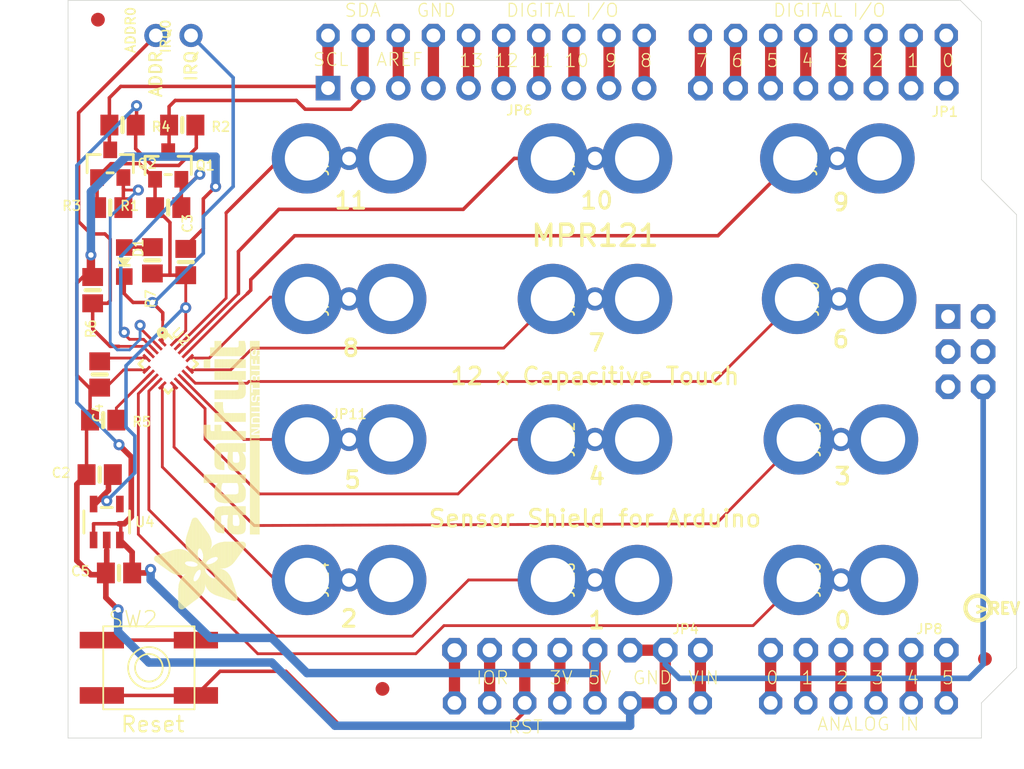
<source format=kicad_pcb>
(kicad_pcb (version 20211014) (generator pcbnew)
  (layers (0 "F.Cu" signal) (31 "B.Cu" signal) (34 "B.Paste" user) (35 "F.Paste" user) (36 "B.SilkS" user "B.Silkscreen") (37 "F.SilkS" user "F.Silkscreen") (38 "B.Mask" user) (39 "F.Mask" user) (44 "Edge.Cuts" user))
  (net 0 "")
  (net 1 "GND")
  (net 2 "VIN")
  (net 3 "+3V")
  (net 4 "~{RESET}")
  (net 5 "IORESET")
  (net 6 "NC")
  (net 7 "AREF")
  (net 8 "D5")
  (net 9 "D2")
  (net 10 "D1")
  (net 11 "D0")
  (net 12 "A5")
  (net 13 "A4")
  (net 14 "A3")
  (net 15 "A2")
  (net 16 "A1")
  (net 17 "A0")
  (net 18 "+5V")
  (net 19 "D13")
  (net 20 "D11")
  (net 21 "D12")
  (net 22 "D10")
  (net 23 "D9")
  (net 24 "D8")
  (net 25 "D7")
  (net 26 "D6")
  (net 27 "D3")
  (net 28 "D4")
  (net 29 "3.3V")
  (net 30 "N$114")
  (net 31 "N$115")
  (net 32 "IRQ")
  (net 33 "ELEC0")
  (net 34 "ELEC1")
  (net 35 "ELEC2")
  (net 36 "ELEC3")
  (net 37 "ELEC4")
  (net 38 "ELEC5")
  (net 39 "ELEC6")
  (net 40 "ELEC7")
  (net 41 "ELEC8")
  (net 42 "ELEC9")
  (net 43 "ELEC10")
  (net 44 "ELEC11")
  (net 45 "N$116")
  (net 46 "ADDR")
  (net 47 "SCL_3V")
  (net 48 "SDA_3V")
  (net 49 "SDA")
  (net 50 "SCL")
  (footprint "boardEagle:0805-NO" (layer "F.Cu") (at 117.8941 119.7356 180)
    (fp_text reference "C5")
    (fp_text value "10uF")
  )
  (footprint "boardEagle:ALLIGATORCLIP" (layer "F.Cu") (at 152.3111 110.0836 90)
    (fp_text reference "AL5" hide)
    (fp_text value "ALLIGATORCLIP_MICRO" hide)
  )
  (footprint "boardEagle:SOT23-WIDE" (layer "F.Cu") (at 117.2591 90.1446)
    (fp_text reference "Q2")
    (fp_text value "BSS138")
  )
  (footprint "boardEagle:SOT23-5" (layer "F.Cu") (at 117.0051 116.0526)
    (fp_text reference "U4")
    (fp_text value "MIC5225-3.3")
  )
  (footprint "" (layer "F.Cu") (at 180.2511 96.1136)
    (fp_text reference "@HOLE2" hide)
    (fp_text value "")
  )
  (footprint "boardEagle:FIDUCIAL_1MM" (layer "F.Cu") (at 116.3701 79.7306)
    (fp_text reference "FID3" hide)
    (fp_text value "FIDUCIAL\"\"" hide)
  )
  (footprint "" (layer "F.Cu") (at 129.4511 80.8736)
    (fp_text reference "@HOLE0" hide)
    (fp_text value "")
  )
  (footprint "boardEagle:FIDUCIAL_1MM" (layer "F.Cu") (at 180.5051 125.9586)
    (fp_text reference "FID2" hide)
    (fp_text value "FIDUCIAL\"\"" hide)
  )
  (footprint "boardEagle:PCBFEAT-REV-040" (layer "F.Cu") (at 179.9971 122.2756)
    (fp_text reference "U$8" hide)
    (fp_text value "" hide)
  )
  (footprint "boardEagle:1X10_ROUND70" (layer "F.Cu") (at 144.4371 84.6836)
    (fp_text reference "JP6")
    (fp_text value "")
  )
  (footprint "boardEagle:1X01_ROUND" (layer "F.Cu") (at 152.3111 99.9236 90)
    (fp_text reference "JP9")
    (fp_text value "")
  )
  (footprint "boardEagle:1X01_ROUND" (layer "F.Cu") (at 134.5311 120.2436 90)
    (fp_text reference "JP14")
    (fp_text value "")
  )
  (footprint "boardEagle:1X08-CLEANBIG" (layer "F.Cu") (at 168.8211 84.6836)
    (fp_text reference "JP1")
    (fp_text value "")
  )
  (footprint "boardEagle:1X01_ROUND" (layer "F.Cu") (at 123.1011 80.8736 90)
    (fp_text reference "IRQ0")
    (fp_text value "")
  )
  (footprint "boardEagle:ALLIGATORCLIP" (layer "F.Cu") (at 134.5311 99.9236 90)
    (fp_text reference "AL9" hide)
    (fp_text value "ALLIGATORCLIP_MICRO" hide)
  )
  (footprint "boardEagle:1X01_ROUND" (layer "F.Cu") (at 120.5611 80.8736 90)
    (fp_text reference "ADDR0")
    (fp_text value "")
  )
  (footprint "boardEagle:ALLIGATORCLIP" (layer "F.Cu") (at 170.0911 120.2436 90)
    (fp_text reference "AL1" hide)
    (fp_text value "ALLIGATORCLIP_MICRO" hide)
  )
  (footprint "boardEagle:0805-NO" (layer "F.Cu") (at 122.4661 87.3506)
    (fp_text reference "R2")
    (fp_text value "10K")
  )
  (footprint "boardEagle:0805-NO" (layer "F.Cu") (at 118.1481 87.3506)
    (fp_text reference "R4")
    (fp_text value "10K")
  )
  (footprint "boardEagle:0805-NO" (layer "F.Cu") (at 116.4971 112.6236 180)
    (fp_text reference "C2")
    (fp_text value "10uF")
  )
  (footprint "boardEagle:ADAFRUIT_TEXT_20MM" (layer "F.Cu") (at 128.0541 122.5296 90)
    (fp_text reference "U$9" hide)
    (fp_text value "" hide)
  )
  (footprint "boardEagle:ARDUINOR3_ICSP" (layer "F.Cu") (at 114.2111 131.6736)
    (fp_text reference "U$41" hide)
    (fp_text value "ARDUINO_R3_ICSP" hide)
    (fp_line (start 66.04 -2.54) (end 68.58 -5.08) (layer "Edge.Cuts") (width 0.05))
    (fp_line (start 68.58 -5.08) (end 68.58 -37.846) (layer "Edge.Cuts") (width 0.05))
    (fp_line (start 64.516 -53.34) (end 0 -53.34) (layer "Edge.Cuts") (width 0.05))
    (fp_line (start 66.04 0) (end 66.04 -2.54) (layer "Edge.Cuts") (width 0.05))
    (fp_line (start 66.04 -40.386) (end 66.04 -51.816) (layer "Edge.Cuts") (width 0.05))
    (fp_line (start 0 0) (end 66.04 0) (layer "Edge.Cuts") (width 0.05))
    (fp_line (start 66.04 -51.816) (end 64.516 -53.34) (layer "Edge.Cuts") (width 0.05))
    (fp_line (start 68.58 -37.846) (end 66.04 -40.386) (layer "Edge.Cuts") (width 0.05))
    (fp_line (start 0 -53.34) (end 0 0) (layer "Edge.Cuts") (width 0.05))
  )
  (footprint "boardEagle:0805-NO" (layer "F.Cu") (at 116.7511 108.6866)
    (fp_text reference "R5")
    (fp_text value "75K")
  )
  (footprint "boardEagle:1X08-CLEANBIG" (layer "F.Cu") (at 151.0411 125.3236 180)
    (fp_text reference "JP4")
    (fp_text value "")
  )
  (footprint "boardEagle:1X01_ROUND" (layer "F.Cu") (at 170.0911 110.0836 90)
    (fp_text reference "JP13")
    (fp_text value "")
  )
  (footprint "boardEagle:ALLIGATORCLIP" (layer "F.Cu") (at 170.0911 110.0836 90)
    (fp_text reference "AL4" hide)
    (fp_text value "ALLIGATORCLIP_MICRO" hide)
  )
  (footprint "boardEagle:ALLIGATORCLIP" (layer "F.Cu") (at 134.5311 89.7636 90)
    (fp_text reference "AL12" hide)
    (fp_text value "ALLIGATORCLIP_MICRO" hide)
  )
  (footprint "boardEagle:1X01_ROUND" (layer "F.Cu") (at 134.5311 110.0836)
    (fp_text reference "JP11")
    (fp_text value "")
  )
  (footprint "boardEagle:1X06-CLEANBIG" (layer "F.Cu") (at 171.3611 125.3236 180)
    (fp_text reference "JP8")
    (fp_text value "")
  )
  (footprint "boardEagle:1X01_ROUND" (layer "F.Cu") (at 134.5311 99.9236 90)
    (fp_text reference "JP7")
    (fp_text value "")
  )
  (footprint "boardEagle:1X01_ROUND" (layer "F.Cu") (at 169.8371 89.7636 90)
    (fp_text reference "JP5")
    (fp_text value "")
  )
  (footprint "boardEagle:1X01_ROUND" (layer "F.Cu") (at 152.3111 89.7636 90)
    (fp_text reference "JP3")
    (fp_text value "")
  )
  (footprint "boardEagle:ALLIGATORCLIP" (layer "F.Cu") (at 169.9641 99.9236 90)
    (fp_text reference "AL7" hide)
    (fp_text value "ALLIGATORCLIP_MICRO" hide)
  )
  (footprint "boardEagle:EVQ-Q2" (layer "F.Cu") (at 120.0531 126.5936)
    (fp_text reference "SW2")
    (fp_text value "SPST_TACT-EVQQ2")
  )
  (footprint "boardEagle:0805-NO" (layer "F.Cu") (at 116.4971 105.3846 -90)
    (fp_text reference "C4")
    (fp_text value "0.1uF")
  )
  (footprint "boardEagle:0805-NO" (layer "F.Cu") (at 115.9891 99.2886 -90)
    (fp_text reference "R6")
    (fp_text value "75K")
  )
  (footprint "boardEagle:SOT23-WIDE" (layer "F.Cu") (at 121.4501 90.2716)
    (fp_text reference "Q1")
    (fp_text value "BSS138")
  )
  (footprint "boardEagle:1X01_ROUND" (layer "F.Cu") (at 170.0911 120.2436 90)
    (fp_text reference "JP16")
    (fp_text value "")
  )
  (footprint "boardEagle:FIDUCIAL_1MM" (layer "F.Cu") (at 136.9441 128.1176)
    (fp_text reference "FID1" hide)
    (fp_text value "FIDUCIAL\"\"" hide)
  )
  (footprint "boardEagle:0805-NO" (layer "F.Cu") (at 117.2591 93.3196 180)
    (fp_text reference "R3")
    (fp_text value "10K")
  )
  (footprint "boardEagle:QFN20_3MM_NOTHERMAL" (layer "F.Cu") (at 121.4501 104.6226 -45)
    (fp_text reference "U2")
    (fp_text value "MPR121")
  )
  (footprint "boardEagle:1X01_ROUND" (layer "F.Cu") (at 152.3111 110.0836 90)
    (fp_text reference "JP12")
    (fp_text value "")
  )
  (footprint "boardEagle:ALLIGATORCLIP" (layer "F.Cu") (at 152.3111 89.7636 90)
    (fp_text reference "AL11" hide)
    (fp_text value "ALLIGATORCLIP_MICRO" hide)
  )
  (footprint "boardEagle:0805-NO" (layer "F.Cu") (at 121.4501 93.3196 180)
    (fp_text reference "R1")
    (fp_text value "10K")
  )
  (footprint "boardEagle:ALLIGATORCLIP" (layer "F.Cu") (at 134.5311 120.2436 -90)
    (fp_text reference "AL3" hide)
    (fp_text value "ALLIGATORCLIP_MICRO" hide)
  )
  (footprint "boardEagle:0805-NO" (layer "F.Cu") (at 120.3071 97.1296 -90)
    (fp_text reference "R7")
    (fp_text value "1K")
  )
  (footprint "boardEagle:ALLIGATORCLIP" (layer "F.Cu") (at 152.3111 120.2436 90)
    (fp_text reference "AL2" hide)
    (fp_text value "ALLIGATORCLIP_MICRO" hide)
  )
  (footprint "boardEagle:1X01_ROUND" (layer "F.Cu") (at 134.5311 89.7636 90)
    (fp_text reference "JP2")
    (fp_text value "")
  )
  (footprint "boardEagle:ALLIGATORCLIP" (layer "F.Cu") (at 134.5311 110.0836 -90)
    (fp_text reference "AL6" hide)
    (fp_text value "ALLIGATORCLIP_MICRO" hide)
  )
  (footprint "boardEagle:1X01_ROUND" (layer "F.Cu") (at 169.9641 99.9236 90)
    (fp_text reference "JP10")
    (fp_text value "")
  )
  (footprint "boardEagle:CHIPLED_0805_NOOUTLINE" (layer "F.Cu") (at 118.2751 97.2566 180)
    (fp_text reference "D1")
    (fp_text value "RED")
  )
  (footprint "boardEagle:0805-NO" (layer "F.Cu") (at 122.7201 97.2566 90)
    (fp_text reference "C3")
    (fp_text value "0.1uF")
  )
  (footprint "" (layer "F.Cu") (at 128.1811 129.1336)
    (fp_text reference "@HOLE1" hide)
    (fp_text value "")
  )
  (footprint "boardEagle:ALLIGATORCLIP" (layer "F.Cu") (at 152.3111 99.9236 90)
    (fp_text reference "AL8" hide)
    (fp_text value "ALLIGATORCLIP_MICRO" hide)
  )
  (footprint "boardEagle:1X01_ROUND" (layer "F.Cu") (at 152.3111 120.2436 90)
    (fp_text reference "JP15")
    (fp_text value "")
  )
  (footprint "boardEagle:ALLIGATORCLIP" (layer "F.Cu") (at 169.8371 89.7636 90)
    (fp_text reference "AL10" hide)
    (fp_text value "ALLIGATORCLIP_MICRO" hide)
  )
  (gr_text "8" (at 134.6581 103.4796) (layer "F.SilkS") (effects (font (size 1.20904 1.20904) (thickness 0.21336))))
  (gr_text "2" (at 134.5311 123.0376) (layer "F.SilkS") (effects (font (size 1.20904 1.20904) (thickness 0.21336))))
  (gr_text "7" (at 152.4381 103.0986) (layer "F.SilkS") (effects (font (size 1.20904 1.20904) (thickness 0.21336))))
  (gr_text "ADDR" (at 120.0531 81.8896 90) (layer "F.SilkS") (effects (font (size 0.8636 0.8636) (thickness 0.1524)) (justify right top)))
  (gr_text "6" (at 170.0911 102.8446) (layer "F.SilkS") (effects (font (size 1.20904 1.20904) (thickness 0.21336))))
  (gr_text "12 x Capacitive Touch" (at 152.3111 105.5116) (layer "F.SilkS") (effects (font (size 1.223264 1.223264) (thickness 0.199136))))
  (gr_text "4" (at 152.4381 112.7506) (layer "F.SilkS") (effects (font (size 1.20904 1.20904) (thickness 0.21336))))
  (gr_text "Reset" (at 122.7201 130.0226) (layer "F.SilkS") (effects (font (size 1.1176 1.1176) (thickness 0.1524)) (justify right top)))
  (gr_text "0" (at 170.2181 123.1646) (layer "F.SilkS") (effects (font (size 1.20904 1.20904) (thickness 0.21336))))
  (gr_text "MPR121" (at 152.3111 95.3516) (layer "F.SilkS") (effects (font (size 1.52908 1.52908) (thickness 0.24892))))
  (gr_text "3" (at 170.2181 112.7506) (layer "F.SilkS") (effects (font (size 1.20904 1.20904) (thickness 0.21336))))
  (gr_text "10" (at 152.4381 92.8116) (layer "F.SilkS") (effects (font (size 1.20904 1.20904) (thickness 0.21336))))
  (gr_text "11" (at 134.6581 92.8116) (layer "F.SilkS") (effects (font (size 1.20904 1.20904) (thickness 0.21336))))
  (gr_text "Sensor Shield for Arduino" (at 152.3111 115.7986) (layer "F.SilkS") (effects (font (size 1.223264 1.223264) (thickness 0.199136))))
  (gr_text "1" (at 152.4381 123.1646) (layer "F.SilkS") (effects (font (size 1.20904 1.20904) (thickness 0.21336))))
  (gr_text "IRQ" (at 122.5931 81.8896 90) (layer "F.SilkS") (effects (font (size 0.8636 0.8636) (thickness 0.1524)) (justify right top)))
  (gr_text "5" (at 134.7851 113.0046) (layer "F.SilkS") (effects (font (size 1.20904 1.20904) (thickness 0.21336))))
  (gr_text "9" (at 170.0911 92.9386) (layer "F.SilkS") (effects (font (size 1.20904 1.20904) (thickness 0.21336))))
  (segment (start 154.8511 129.1336) (end 157.3911 129.1336) (width 0.8128) (layer "F.Cu") (net 1))
  (segment (start 115.5471 108.9406) (end 115.8011 108.6866) (width 0.254) (layer "F.Cu") (net 1))
  (segment (start 117.8281 124.5936) (end 116.6531 124.5936) (width 0.254) (layer "F.Cu") (net 1))
  (segment (start 116.8171 119.8626) (end 116.9441 119.7356) (width 0.4064) (layer "F.Cu") (net 1))
  (segment (start 140.6271 80.8736) (end 140.6271 84.6836) (width 0.8128) (layer "F.Cu") (net 1))
  (segment (start 115.8011 106.4006) (end 115.8011 108.6866) (width 0.254) (layer "F.Cu") (net 1))
  (segment (start 123.9901 94.8436) (end 122.7201 96.1136) (width 0.254) (layer "F.Cu") (net 1))
  (segment (start 123.9901 92.6846) (end 123.9901 94.8436) (width 0.254) (layer "F.Cu") (net 1))
  (segment (start 115.8621 96.7486) (end 115.8621 98.2116) (width 0.6096) (layer "F.Cu") (net 1))
  (segment (start 115.5471 112.6236) (end 115.5471 108.9406) (width 0.254) (layer "F.Cu") (net 1))
  (segment (start 117.0051 119.6746) (end 116.9441 119.7356) (width 0.4064) (layer "F.Cu") (net 1))
  (segment (start 157.3911 129.1336) (end 157.3911 125.3236) (width 0.8128) (layer "F.Cu") (net 1))
  (segment (start 122.7201 96.1136) (end 122.7201 96.3066) (width 0.254) (layer "F.Cu") (net 1))
  (segment (start 116.4971 106.3346) (end 115.8011 106.4006) (width 0.254) (layer "F.Cu") (net 1))
  (segment (start 117.0051 118.0846) (end 117.0051 117.3527) (width 0.254) (layer "F.Cu") (net 1))
  (segment (start 116.9441 106.3346) (end 116.4971 106.3346) (width 0.2032) (layer "F.Cu") (net 1))
  (segment (start 117.0051 118.0846) (end 117.0051 119.6746) (width 0.4064) (layer "F.Cu") (net 1))
  (segment (start 116.9441 121.5186) (end 117.8281 122.4026) (width 0.4064) (layer "F.Cu") (net 1))
  (segment (start 117.8281 122.4026) (end 117.8281 124.5936) (width 0.254) (layer "F.Cu") (net 1))
  (segment (start 115.9891 98.3386) (end 115.2881 98.3386) (width 0.254) (layer "F.Cu") (net 1))
  (segment (start 118.231834 105.046866) (end 116.9441 106.3346) (width 0.2032) (layer "F.Cu") (net 1))
  (segment (start 115.8621 98.2116) (end 115.9891 98.3386) (width 0.6096) (layer "F.Cu") (net 1))
  (segment (start 114.8461 118.8466) (end 115.8621 119.8626) (width 0.4064) (layer "F.Cu") (net 1))
  (segment (start 116.9441 119.7356) (end 116.9441 121.5186) (width 0.4064) (layer "F.Cu") (net 1))
  (segment (start 116.6531 124.5936) (end 123.4531 124.5936) (width 0.254) (layer "F.Cu") (net 1))
  (segment (start 115.2881 98.3386) (end 114.8461 98.7806) (width 0.254) (layer "F.Cu") (net 1))
  (segment (start 114.8461 98.7806) (end 114.8461 105.4456) (width 0.254) (layer "F.Cu") (net 1))
  (segment (start 119.894462 105.046866) (end 118.231834 105.046866) (width 0.2032) (layer "F.Cu") (net 1))
  (segment (start 115.5471 112.6236) (end 114.8461 113.3246) (width 0.4064) (layer "F.Cu") (net 1))
  (segment (start 114.8461 105.4456) (end 115.8011 106.4006) (width 0.254) (layer "F.Cu") (net 1))
  (segment (start 124.8791 91.7956) (end 123.9901 92.6846) (width 0.254) (layer "F.Cu") (net 1))
  (segment (start 157.3911 125.3236) (end 154.8511 125.3236) (width 0.8128) (layer "F.Cu") (net 1))
  (segment (start 114.8461 113.3246) (end 114.8461 118.8466) (width 0.4064) (layer "F.Cu") (net 1))
  (segment (start 115.8621 119.8626) (end 116.8171 119.8626) (width 0.4064) (layer "F.Cu") (net 1))
  (via (at 117.8281 122.4026) (size 0.8001) (drill 0.3937) (layers "F.Cu" "B.Cu") (net 1))
  (via (at 124.8791 91.7956) (size 0.8001) (drill 0.3937) (layers "F.Cu" "B.Cu") (net 1))
  (via (at 115.8621 96.7486) (size 0.8001) (drill 0.3937) (layers "F.Cu" "B.Cu") (net 1))
  (segment (start 118.4021 89.6366) (end 115.8621 92.1766) (width 0.6096) (layer "B.Cu") (net 1))
  (segment (start 117.8281 123.9876) (end 117.8281 122.4026) (width 0.6096) (layer "B.Cu") (net 1))
  (segment (start 124.8791 89.6366) (end 118.4021 89.6366) (width 0.6096) (layer "B.Cu") (net 1))
  (segment (start 157.3911 126.3396) (end 158.4071 127.3556) (width 0.4064) (layer "B.Cu") (net 1))
  (segment (start 115.8621 92.1766) (end 115.8621 96.7486) (width 0.6096) (layer "B.Cu") (net 1))
  (segment (start 124.8791 89.6366) (end 124.8791 91.7956) (width 0.6096) (layer "B.Cu") (net 1))
  (segment (start 158.4071 127.3556) (end 179.3621 127.3556) (width 0.4064) (layer "B.Cu") (net 1))
  (segment (start 154.8511 129.1336) (end 154.8511 130.7846) (width 0.6096) (layer "B.Cu") (net 1))
  (segment (start 133.5151 130.7846) (end 128.9431 126.2126) (width 0.6096) (layer "B.Cu") (net 1))
  (segment (start 157.3911 125.3236) (end 157.3911 126.3396) (width 0.4064) (layer "B.Cu") (net 1))
  (segment (start 154.8511 130.7846) (end 133.5151 130.7846) (width 0.6096) (layer "B.Cu") (net 1))
  (segment (start 128.9431 126.2126) (end 120.0531 126.2126) (width 0.6096) (layer "B.Cu") (net 1))
  (segment (start 120.0531 126.2126) (end 117.8281 123.9876) (width 0.6096) (layer "B.Cu") (net 1))
  (segment (start 179.3621 127.3556) (end 180.3781 126.3396) (width 0.4064) (layer "B.Cu") (net 1))
  (segment (start 180.3781 126.3396) (end 180.3781 106.2736) (width 0.4064) (layer "B.Cu") (net 1))
  (segment (start 159.9311 125.3236) (end 159.9311 129.1336) (width 0.8128) (layer "F.Cu") (net 2))
  (segment (start 149.7711 125.3236) (end 149.7711 129.1336) (width 0.8128) (layer "F.Cu") (net 3))
  (segment (start 147.2311 129.7686) (end 147.2311 129.1336) (width 0.254) (layer "F.Cu") (net 4))
  (segment (start 125.1991 126.8476) (end 129.9591 126.8476) (width 0.254) (layer "F.Cu") (net 4))
  (segment (start 147.2311 125.3236) (end 147.2311 129.1336) (width 0.8128) (layer "F.Cu") (net 4))
  (segment (start 123.4531 128.5936) (end 125.1991 126.8476) (width 0.254) (layer "F.Cu") (net 4))
  (segment (start 146.2151 130.7846) (end 147.2311 129.7686) (width 0.254) (layer "F.Cu") (net 4))
  (segment (start 133.8961 130.7846) (end 146.2151 130.7846) (width 0.254) (layer "F.Cu") (net 4))
  (segment (start 129.9591 126.8476) (end 133.8961 130.7846) (width 0.254) (layer "F.Cu") (net 4))
  (segment (start 116.6531 128.5936) (end 123.4531 128.5936) (width 0.254) (layer "F.Cu") (net 4))
  (segment (start 144.6911 125.3236) (end 144.6911 129.1336) (width 0.8128) (layer "F.Cu") (net 5))
  (segment (start 142.1511 125.3236) (end 142.1511 129.1336) (width 0.8128) (layer "F.Cu") (net 6))
  (segment (start 138.0871 80.8736) (end 138.0871 84.6836) (width 0.8128) (layer "F.Cu") (net 7))
  (segment (start 165.0111 80.8736) (end 165.0111 84.6836) (width 0.8128) (layer "F.Cu") (net 8))
  (segment (start 172.6311 80.8736) (end 172.6311 84.6836) (width 0.8128) (layer "F.Cu") (net 9))
  (segment (start 175.1711 80.8736) (end 175.1711 84.6836) (width 0.8128) (layer "F.Cu") (net 10))
  (segment (start 177.7111 80.8736) (end 177.7111 84.6836) (width 0.8128) (layer "F.Cu") (net 11))
  (segment (start 177.7111 129.1336) (end 177.7111 125.3236) (width 0.8128) (layer "F.Cu") (net 12))
  (segment (start 175.1711 129.1336) (end 175.1711 125.3236) (width 0.8128) (layer "F.Cu") (net 13))
  (segment (start 172.6311 129.1336) (end 172.6311 125.3236) (width 0.8128) (layer "F.Cu") (net 14))
  (segment (start 170.0911 129.1336) (end 170.0911 125.3236) (width 0.8128) (layer "F.Cu") (net 15))
  (segment (start 167.5511 129.1336) (end 167.5511 125.3236) (width 0.8128) (layer "F.Cu") (net 16))
  (segment (start 165.0111 129.1336) (end 165.0111 125.3236) (width 0.8128) (layer "F.Cu") (net 17))
  (segment (start 120.3071 90.2716) (end 122.2121 90.2716) (width 0.254) (layer "F.Cu") (net 18))
  (segment (start 118.8441 119.7356) (end 120.0531 119.7356) (width 0.4064) (layer "F.Cu") (net 18))
  (segment (start 123.4821 89.0016) (end 123.4821 86.8426) (width 0.254) (layer "F.Cu") (net 18))
  (segment (start 120.0531 119.7356) (end 120.1801 119.4816) (width 0.4064) (layer "F.Cu") (net 18))
  (segment (start 117.8941 116.1796) (end 118.0211 116.3066) (width 0.254) (layer "F.Cu") (net 18))
  (segment (start 123.4821 86.8426) (end 123.4161 86.9086) (width 0.254) (layer "F.Cu") (net 18))
  (segment (start 123.4161 86.9086) (end 123.4161 87.3506) (width 0.254) (layer "F.Cu") (net 18))
  (segment (start 118.8441 118.2417) (end 118.8441 119.7356) (width 0.4064) (layer "F.Cu") (net 18))
  (segment (start 118.0211 117.2867) (end 117.9551 117.3527) (width 0.254) (layer "F.Cu") (net 18))
  (segment (start 119.0981 87.3506) (end 119.0981 89.0626) (width 0.254) (layer "F.Cu") (net 18))
  (segment (start 118.2751 116.1796) (end 118.7831 115.6716) (width 0.4064) (layer "F.Cu") (net 18))
  (segment (start 152.3111 125.3236) (end 152.3111 129.1336) (width 0.8128) (layer "F.Cu") (net 18))
  (segment (start 119.1641 85.9536) (end 119.1641 87.2846) (width 0.254) (layer "F.Cu") (net 18))
  (segment (start 119.1641 87.2846) (end 119.0981 87.3506) (width 0.254) (layer "F.Cu") (net 18))
  (segment (start 118.7831 115.6716) (end 118.7831 111.3536) (width 0.4064) (layer "F.Cu") (net 18))
  (segment (start 118.7831 111.3536) (end 117.8941 110.4646) (width 0.4064) (layer "F.Cu") (net 18))
  (segment (start 117.8941 116.1796) (end 118.2751 116.1796) (width 0.4064) (layer "F.Cu") (net 18))
  (segment (start 116.0551 116.1796) (end 117.8941 116.1796) (width 0.254) (layer "F.Cu") (net 18))
  (segment (start 118.0211 116.3066) (end 118.0211 117.2867) (width 0.254) (layer "F.Cu") (net 18))
  (segment (start 122.2121 90.2716) (end 123.4821 89.0016) (width 0.254) (layer "F.Cu") (net 18))
  (segment (start 117.9551 117.3527) (end 118.8441 118.2417) (width 0.4064) (layer "F.Cu") (net 18))
  (segment (start 116.0551 117.3527) (end 116.0551 116.1796) (width 0.254) (layer "F.Cu") (net 18))
  (segment (start 119.0981 89.0626) (end 120.3071 90.2716) (width 0.254) (layer "F.Cu") (net 18))
  (via (at 117.8941 110.4646) (size 0.8001) (drill 0.3937) (layers "F.Cu" "B.Cu") (net 18))
  (via (at 120.1801 119.4816) (size 0.8001) (drill 0.3937) (layers "F.Cu" "B.Cu") (net 18))
  (via (at 119.1641 85.9536) (size 0.8001) (drill 0.3937) (layers "F.Cu" "B.Cu") (net 18))
  (segment (start 152.3111 126.9746) (end 131.4831 126.9746) (width 0.6096) (layer "B.Cu") (net 18))
  (segment (start 152.3111 125.3236) (end 152.3111 126.9746) (width 0.6096) (layer "B.Cu") (net 18))
  (segment (start 120.1801 120.2436) (end 120.1801 119.4816) (width 0.6096) (layer "B.Cu") (net 18))
  (segment (start 117.8941 110.4646) (end 114.8461 107.4166) (width 0.254) (layer "B.Cu") (net 18))
  (segment (start 114.8461 107.4166) (end 114.8461 90.2716) (width 0.254) (layer "B.Cu") (net 18))
  (segment (start 131.4831 126.9746) (end 128.9431 124.4346) (width 0.6096) (layer "B.Cu") (net 18))
  (segment (start 124.4981 124.4346) (end 120.1801 120.2436) (width 0.6096) (layer "B.Cu") (net 18))
  (segment (start 128.9431 124.4346) (end 124.4981 124.4346) (width 0.6096) (layer "B.Cu") (net 18))
  (segment (start 114.8461 90.2716) (end 119.1641 85.9536) (width 0.254) (layer "B.Cu") (net 18))
  (segment (start 143.1671 80.8736) (end 143.1671 84.6836) (width 0.8128) (layer "F.Cu") (net 19))
  (segment (start 148.2471 80.8736) (end 148.2471 84.6836) (width 0.8128) (layer "F.Cu") (net 20))
  (segment (start 145.7071 80.8736) (end 145.7071 84.6836) (width 0.8128) (layer "F.Cu") (net 21))
  (segment (start 150.7871 80.8736) (end 150.7871 84.6836) (width 0.8128) (layer "F.Cu") (net 22))
  (segment (start 153.3271 80.8736) (end 153.3271 84.6836) (width 0.8128) (layer "F.Cu") (net 23))
  (segment (start 155.8671 80.8736) (end 155.8671 84.6836) (width 0.8128) (layer "F.Cu") (net 24))
  (segment (start 159.9311 84.6836) (end 159.9311 80.8736) (width 0.8128) (layer "F.Cu") (net 25))
  (segment (start 162.4711 80.8736) (end 162.4711 84.6836) (width 0.8128) (layer "F.Cu") (net 26))
  (segment (start 170.0911 80.8736) (end 170.0911 84.6836) (width 0.8128) (layer "F.Cu") (net 27))
  (segment (start 167.5511 84.6836) (end 167.5511 80.8736) (width 0.8128) (layer "F.Cu") (net 28))
  (segment (start 122.7201 102.221229) (end 121.874362 103.066966) (width 0.2032) (layer "F.Cu") (net 29))
  (segment (start 117.1321 114.4016) (end 116.8146 114.0841) (width 0.254) (layer "F.Cu") (net 29))
  (segment (start 116.0551 114.7525) (end 116.1462 114.7525) (width 0.4064) (layer "F.Cu") (net 29))
  (segment (start 117.1321 112.9386) (end 117.4471 112.6236) (width 0.4064) (layer "F.Cu") (net 29))
  (segment (start 122.7201 98.2066) (end 122.7201 100.5586) (width 0.2032) (layer "F.Cu") (net 29))
  (segment (start 119.3731 90.1446) (end 120.5001 91.2716) (width 0.254) (layer "F.Cu") (net 29))
  (segment (start 116.3091 91.1446) (end 116.3091 93.3196) (width 0.254) (layer "F.Cu") (net 29))
  (segment (start 116.1462 114.7525) (end 116.8146 114.0841) (width 0.4064) (layer "F.Cu") (net 29))
  (segment (start 120.3071 98.0796) (end 120.4341 98.2066) (width 0.254) (layer "F.Cu") (net 29))
  (segment (start 120.5001 91.2716) (end 120.5001 93.3196) (width 0.254) (layer "F.Cu") (net 29))
  (segment (start 117.1321 113.7666) (end 117.1321 112.9386) (width 0.4064) (layer "F.Cu") (net 29))
  (segment (start 116.3091 91.1446) (end 117.3091 90.1446) (width 0.254) (layer "F.Cu") (net 29))
  (segment (start 121.5771 98.2066) (end 122.7201 98.2066) (width 0.254) (layer "F.Cu") (net 29))
  (segment (start 120.5001 93.3196) (end 121.5771 94.3966) (width 0.254) (layer "F.Cu") (net 29))
  (segment (start 122.7201 100.5586) (end 122.7201 102.221229) (width 0.2032) (layer "F.Cu") (net 29))
  (segment (start 116.8146 114.0841) (end 117.1321 113.7666) (width 0.4064) (layer "F.Cu") (net 29))
  (segment (start 120.4341 98.2066) (end 121.5771 98.2066) (width 0.254) (layer "F.Cu") (net 29))
  (segment (start 117.0051 114.5286) (end 117.1321 114.4016) (width 0.254) (layer "F.Cu") (net 29))
  (segment (start 121.5771 94.3966) (end 121.5771 98.2066) (width 0.254) (layer "F.Cu") (net 29))
  (segment (start 117.3091 90.1446) (end 119.3731 90.1446) (width 0.254) (layer "F.Cu") (net 29))
  (via (at 122.7201 100.5586) (size 0.8001) (drill 0.3937) (layers "F.Cu" "B.Cu") (net 29))
  (via (at 117.0051 114.5286) (size 0.8001) (drill 0.3937) (layers "F.Cu" "B.Cu") (net 29))
  (segment (start 118.4021 104.7496) (end 118.4021 109.1946) (width 0.254) (layer "B.Cu") (net 29))
  (segment (start 118.4021 109.1946) (end 119.0371 109.8296) (width 0.254) (layer "B.Cu") (net 29))
  (segment (start 119.0371 109.8296) (end 119.0371 112.4966) (width 0.254) (layer "B.Cu") (net 29))
  (segment (start 119.0371 112.4966) (end 117.0051 114.5286) (width 0.254) (layer "B.Cu") (net 29))
  (segment (start 122.7201 100.5586) (end 122.5931 100.5586) (width 0.254) (layer "B.Cu") (net 29))
  (segment (start 122.5931 100.5586) (end 118.4021 104.7496) (width 0.254) (layer "B.Cu") (net 29))
  (segment (start 119.894462 104.198338) (end 115.971362 104.198338) (width 0.2032) (layer "F.Cu") (net 30))
  (segment (start 115.971362 104.198338) (end 116.4971 104.4346) (width 0.2032) (layer "F.Cu") (net 30))
  (segment (start 117.7011 107.805916) (end 117.7011 108.6866) (width 0.2032) (layer "F.Cu") (net 31))
  (segment (start 120.177306 105.32971) (end 117.7011 107.805916) (width 0.2032) (layer "F.Cu") (net 31))
  (segment (start 120.5611 100.4316) (end 121.057468 100.927969) (width 0.254) (layer "F.Cu") (net 32))
  (segment (start 121.057468 100.927969) (end 121.057468 101.4476) (width 0.254) (layer "F.Cu") (net 32))
  (segment (start 118.9101 100.1776) (end 120.3071 100.1776) (width 0.254) (layer "F.Cu") (net 32))
  (segment (start 121.025834 103.066966) (end 121.057468 101.4476) (width 0.2032) (layer "F.Cu") (net 32))
  (segment (start 118.2751 99.5426) (end 118.9101 100.1776) (width 0.254) (layer "F.Cu") (net 32))
  (segment (start 120.3071 100.1776) (end 120.5611 100.4316) (width 0.254) (layer "F.Cu") (net 32))
  (segment (start 118.2751 98.3066) (end 118.2751 99.5426) (width 0.254) (layer "F.Cu") (net 32))
  (via (at 120.3071 100.1776) (size 0.8001) (drill 0.3937) (layers "F.Cu" "B.Cu") (net 32))
  (segment (start 126.1491 91.7956) (end 123.9901 93.9546) (width 0.254) (layer "B.Cu") (net 32))
  (segment (start 126.1491 83.9216) (end 126.1491 91.7956) (width 0.254) (layer "B.Cu") (net 32))
  (segment (start 120.4341 100.1776) (end 120.3071 100.1776) (width 0.254) (layer "B.Cu") (net 32))
  (segment (start 123.9901 96.6216) (end 120.4341 100.1776) (width 0.254) (layer "B.Cu") (net 32))
  (segment (start 123.1011 80.8736) (end 126.1491 83.9216) (width 0.254) (layer "B.Cu") (net 32))
  (segment (start 123.9901 93.9546) (end 123.9901 96.6216) (width 0.254) (layer "B.Cu") (net 32))
  (segment (start 139.3571 125.5776) (end 141.3891 123.5456) (width 0.2032) (layer "F.Cu") (net 33))
  (segment (start 119.2911 106.7816) (end 119.2911 116.9416) (width 0.2032) (layer "F.Cu") (net 33))
  (segment (start 170.0911 120.2436) (end 173.1391 120.2436) (width 0.254) (layer "F.Cu") (net 33))
  (segment (start 120.46015 105.61255) (end 119.2911 106.7816) (width 0.2032) (layer "F.Cu") (net 33))
  (segment (start 167.0431 120.2436) (end 170.0911 120.2436) (width 0.254) (layer "F.Cu") (net 33))
  (segment (start 141.3891 123.5456) (end 163.7411 123.5456) (width 0.2032) (layer "F.Cu") (net 33))
  (segment (start 127.9271 125.5776) (end 139.3571 125.5776) (width 0.2032) (layer "F.Cu") (net 33))
  (segment (start 119.2911 116.9416) (end 127.9271 125.5776) (width 0.2032) (layer "F.Cu") (net 33))
  (segment (start 163.7411 123.5456) (end 167.0431 120.2436) (width 0.2032) (layer "F.Cu") (net 33))
  (segment (start 129.1971 124.3076) (end 139.1031 124.3076) (width 0.2032) (layer "F.Cu") (net 34))
  (segment (start 149.2631 120.2436) (end 152.3111 120.2436) (width 0.254) (layer "F.Cu") (net 34))
  (segment (start 152.3111 120.2436) (end 155.3591 120.2436) (width 0.254) (layer "F.Cu") (net 34))
  (segment (start 120.0531 106.585285) (end 120.0531 115.1636) (width 0.2032) (layer "F.Cu") (net 34))
  (segment (start 120.0531 115.1636) (end 129.1971 124.3076) (width 0.2032) (layer "F.Cu") (net 34))
  (segment (start 139.1031 124.3076) (end 143.1671 120.2436) (width 0.2032) (layer "F.Cu") (net 34))
  (segment (start 120.74299 105.895394) (end 120.0531 106.585285) (width 0.2032) (layer "F.Cu") (net 34))
  (segment (start 143.1671 120.2436) (end 149.2631 120.2436) (width 0.2032) (layer "F.Cu") (net 34))
  (segment (start 131.4831 120.2436) (end 134.5311 120.2436) (width 0.254) (layer "F.Cu") (net 35))
  (segment (start 134.5311 120.2436) (end 137.5791 120.2436) (width 0.254) (layer "F.Cu") (net 35))
  (segment (start 121.025834 106.178238) (end 121.025834 112.072335) (width 0.2032) (layer "F.Cu") (net 35))
  (segment (start 129.1971 120.2436) (end 131.4831 120.2436) (width 0.2032) (layer "F.Cu") (net 35))
  (segment (start 121.025834 112.072335) (end 129.1971 120.2436) (width 0.2032) (layer "F.Cu") (net 35))
  (segment (start 161.0741 116.1796) (end 167.0431 110.0836) (width 0.2032) (layer "F.Cu") (net 36))
  (segment (start 170.0911 110.0836) (end 167.0431 110.0836) (width 0.254) (layer "F.Cu") (net 36))
  (segment (start 127.6731 116.3066) (end 161.0741 116.1796) (width 0.2032) (layer "F.Cu") (net 36))
  (segment (start 121.874362 106.178238) (end 121.874362 110.634863) (width 0.2032) (layer "F.Cu") (net 36))
  (segment (start 121.874362 110.634863) (end 127.6731 116.3066) (width 0.2032) (layer "F.Cu") (net 36))
  (segment (start 170.0911 110.0836) (end 173.1391 110.0836) (width 0.254) (layer "F.Cu") (net 36))
  (segment (start 124.1171 107.855288) (end 124.1171 110.0836) (width 0.2032) (layer "F.Cu") (net 37))
  (segment (start 142.4051 114.0206) (end 146.3421 110.0836) (width 0.2032) (layer "F.Cu") (net 37))
  (segment (start 124.1171 110.0836) (end 128.0541 114.0206) (width 0.2032) (layer "F.Cu") (net 37))
  (segment (start 152.3111 110.0836) (end 155.3591 110.0836) (width 0.254) (layer "F.Cu") (net 37))
  (segment (start 122.157206 105.895394) (end 124.1171 107.855288) (width 0.2032) (layer "F.Cu") (net 37))
  (segment (start 149.2631 110.0836) (end 152.3111 110.0836) (width 0.254) (layer "F.Cu") (net 37))
  (segment (start 128.0541 114.0206) (end 142.4051 114.0206) (width 0.2032) (layer "F.Cu") (net 37))
  (segment (start 146.3421 110.0836) (end 149.2631 110.0836) (width 0.2032) (layer "F.Cu") (net 37))
  (segment (start 126.911096 110.0836) (end 131.4831 110.0836) (width 0.2032) (layer "F.Cu") (net 38))
  (segment (start 122.440046 105.61255) (end 126.911096 110.0836) (width 0.2032) (layer "F.Cu") (net 38))
  (segment (start 134.5311 110.0836) (end 131.4831 110.0836) (width 0.254) (layer "F.Cu") (net 38))
  (segment (start 137.5791 110.0836) (end 134.5311 110.0836) (width 0.254) (layer "F.Cu") (net 38))
  (segment (start 123.412781 106.0196) (end 127.1651 106.0196) (width 0.2032) (layer "F.Cu") (net 39))
  (segment (start 160.9471 105.8926) (end 166.9161 99.9236) (width 0.2032) (layer "F.Cu") (net 39))
  (segment (start 173.0121 99.9236) (end 169.9641 99.9236) (width 0.254) (layer "F.Cu") (net 39))
  (segment (start 169.9641 99.9236) (end 166.9161 99.9236) (width 0.254) (layer "F.Cu") (net 39))
  (segment (start 122.72289 105.32971) (end 123.412781 106.0196) (width 0.2032) (layer "F.Cu") (net 39))
  (segment (start 169.4561 100.0506) (end 169.8371 100.0506) (width 0.254) (layer "F.Cu") (net 39))
  (segment (start 127.1651 106.0196) (end 127.2921 105.8926) (width 0.2032) (layer "F.Cu") (net 39))
  (segment (start 169.8371 100.0506) (end 169.9641 99.9236) (width 0.254) (layer "F.Cu") (net 39))
  (segment (start 169.9641 99.9236) (end 169.5831 99.9236) (width 0.254) (layer "F.Cu") (net 39))
  (segment (start 169.5831 99.9236) (end 169.4561 100.0506) (width 0.254) (layer "F.Cu") (net 39))
  (segment (start 127.2921 105.8926) (end 160.9471 105.8926) (width 0.2032) (layer "F.Cu") (net 39))
  (segment (start 125.978834 105.046866) (end 127.5461 103.4796) (width 0.2032) (layer "F.Cu") (net 40))
  (segment (start 145.7071 103.4796) (end 149.2631 99.9236) (width 0.2032) (layer "F.Cu") (net 40))
  (segment (start 152.3111 99.9236) (end 149.2631 99.9236) (width 0.254) (layer "F.Cu") (net 40))
  (segment (start 127.5461 103.4796) (end 145.7071 103.4796) (width 0.2032) (layer "F.Cu") (net 40))
  (segment (start 155.3591 99.9236) (end 152.3111 99.9236) (width 0.254) (layer "F.Cu") (net 40))
  (segment (start 123.005734 105.046866) (end 125.978834 105.046866) (width 0.2032) (layer "F.Cu") (net 40))
  (segment (start 131.4831 99.9236) (end 134.5311 99.9236) (width 0.254) (layer "F.Cu") (net 41))
  (segment (start 128.8161 99.7966) (end 131.3561 99.7966) (width 0.2032) (layer "F.Cu") (net 41))
  (segment (start 131.3561 99.7966) (end 131.4831 99.9236) (width 0.2032) (layer "F.Cu") (net 41))
  (segment (start 123.005734 104.198338) (end 124.414362 104.198338) (width 0.2032) (layer "F.Cu") (net 41))
  (segment (start 134.5311 99.9236) (end 137.5791 99.9236) (width 0.254) (layer "F.Cu") (net 41))
  (segment (start 124.414362 104.198338) (end 128.8161 99.7966) (width 0.2032) (layer "F.Cu") (net 41))
  (segment (start 169.8371 89.7636) (end 168.4401 89.7636) (width 0.254) (layer "F.Cu") (net 42))
  (segment (start 122.72289 103.915494) (end 126.333784 100.3046) (width 0.2032) (layer "F.Cu") (net 42))
  (segment (start 169.8371 89.7636) (end 172.8851 89.7636) (width 0.254) (layer "F.Cu") (net 42))
  (segment (start 127.4191 99.2886) (end 127.4191 98.5266) (width 0.254) (layer "F.Cu") (net 42))
  (segment (start 127.4191 98.5266) (end 130.5941 95.3516) (width 0.254) (layer "F.Cu") (net 42))
  (segment (start 166.9161 89.8906) (end 166.7891 89.7636) (width 0.254) (layer "F.Cu") (net 42))
  (segment (start 161.2011 95.3516) (end 166.7891 89.7636) (width 0.254) (layer "F.Cu") (net 42))
  (segment (start 130.5941 95.3516) (end 161.2011 95.3516) (width 0.254) (layer "F.Cu") (net 42))
  (segment (start 168.4401 89.7636) (end 168.3131 89.8906) (width 0.254) (layer "F.Cu") (net 42))
  (segment (start 127.1651 99.5426) (end 127.4191 99.2886) (width 0.254) (layer "F.Cu") (net 42))
  (segment (start 168.3131 89.8906) (end 166.9161 89.8906) (width 0.254) (layer "F.Cu") (net 42))
  (segment (start 126.333784 100.3046) (end 127.1651 99.5426) (width 0.2032) (layer "F.Cu") (net 42))
  (segment (start 126.5301 99.5426) (end 126.5301 96.4946) (width 0.254) (layer "F.Cu") (net 43))
  (segment (start 122.440046 103.632654) (end 126.5301 99.5426) (width 0.2032) (layer "F.Cu") (net 43))
  (segment (start 126.5301 96.4946) (end 129.4511 93.4466) (width 0.254) (layer "F.Cu") (net 43))
  (segment (start 149.2631 89.7636) (end 152.3111 89.7636) (width 0.254) (layer "F.Cu") (net 43))
  (segment (start 142.7861 93.4466) (end 146.4691 89.7636) (width 0.254) (layer "F.Cu") (net 43))
  (segment (start 152.3111 89.7636) (end 155.3591 89.7636) (width 0.254) (layer "F.Cu") (net 43))
  (segment (start 146.4691 89.7636) (end 149.2631 89.7636) (width 0.254) (layer "F.Cu") (net 43))
  (segment (start 129.4511 93.4466) (end 142.7861 93.4466) (width 0.254) (layer "F.Cu") (net 43))
  (segment (start 125.6411 93.7006) (end 129.5781 89.7636) (width 0.254) (layer "F.Cu") (net 44))
  (segment (start 134.5311 89.7636) (end 137.5791 89.7636) (width 0.254) (layer "F.Cu") (net 44))
  (segment (start 122.157206 103.34981) (end 125.6411 99.865916) (width 0.2032) (layer "F.Cu") (net 44))
  (segment (start 129.5781 89.7636) (end 131.4831 89.7636) (width 0.254) (layer "F.Cu") (net 44))
  (segment (start 131.4831 89.7636) (end 134.5311 89.7636) (width 0.254) (layer "F.Cu") (net 44))
  (segment (start 125.6411 99.865916) (end 125.6411 93.7006) (width 0.2032) (layer "F.Cu") (net 44))
  (segment (start 118.2751 96.2066) (end 118.3021 96.1796) (width 0.254) (layer "F.Cu") (net 45))
  (segment (start 118.3021 96.1796) (end 120.3071 96.1796) (width 0.254) (layer "F.Cu") (net 45))
  (segment (start 115.8621 95.2246) (end 116.8781 95.2246) (width 0.254) (layer "F.Cu") (net 46))
  (segment (start 114.9731 94.3356) (end 115.8621 95.2246) (width 0.254) (layer "F.Cu") (net 46))
  (segment (start 116.8781 95.2246) (end 117.2591 95.6056) (width 0.254) (layer "F.Cu") (net 46))
  (segment (start 117.0711 100.2386) (end 115.9891 100.2386) (width 0.254) (layer "F.Cu") (net 46))
  (segment (start 120.5611 80.8736) (end 114.9731 86.4616) (width 0.254) (layer "F.Cu") (net 46))
  (segment (start 115.9891 102.0826) (end 117.2591 103.3526) (width 0.254) (layer "F.Cu") (net 46))
  (segment (start 117.2591 95.6056) (end 117.2591 100.0506) (width 0.254) (layer "F.Cu") (net 46))
  (segment (start 115.9891 100.2386) (end 115.9891 102.0826) (width 0.254) (layer "F.Cu") (net 46))
  (segment (start 119.614412 103.3526) (end 117.8941 103.3526) (width 0.2032) (layer "F.Cu") (net 46))
  (segment (start 114.9731 86.4616) (end 114.9731 94.3356) (width 0.254) (layer "F.Cu") (net 46))
  (segment (start 120.177306 103.915494) (end 119.614412 103.3526) (width 0.2032) (layer "F.Cu") (net 46))
  (segment (start 117.2591 100.0506) (end 117.0711 100.2386) (width 0.254) (layer "F.Cu") (net 46))
  (segment (start 117.2591 103.3526) (end 117.8941 103.3526) (width 0.254) (layer "F.Cu") (net 46))
  (segment (start 120.74299 103.34981) (end 119.4181 102.024919) (width 0.2032) (layer "F.Cu") (net 47))
  (segment (start 119.2911 92.0496) (end 118.3361 92.0496) (width 0.2032) (layer "F.Cu") (net 47))
  (segment (start 119.4181 102.024919) (end 119.4181 101.8286) (width 0.2032) (layer "F.Cu") (net 47))
  (segment (start 118.2091 91.1446) (end 118.2091 91.9226) (width 0.254) (layer "F.Cu") (net 47))
  (segment (start 118.3361 92.0496) (end 118.2091 91.9226) (width 0.2032) (layer "F.Cu") (net 47))
  (segment (start 118.2091 91.9226) (end 118.2091 93.3196) (width 0.254) (layer "F.Cu") (net 47))
  (via (at 119.2911 92.0496) (size 0.8001) (drill 0.3937) (layers "F.Cu" "B.Cu") (net 47))
  (via (at 119.4181 101.8286) (size 0.8001) (drill 0.3937) (layers "F.Cu" "B.Cu") (net 47))
  (segment (start 119.4181 101.8286) (end 119.4181 102.8446) (width 0.2032) (layer "B.Cu") (net 47))
  (segment (start 117.2591 103.0986) (end 117.2591 93.9546) (width 0.2032) (layer "B.Cu") (net 47))
  (segment (start 117.7671 103.6066) (end 117.2591 103.0986) (width 0.2032) (layer "B.Cu") (net 47))
  (segment (start 118.6561 103.6066) (end 117.7671 103.6066) (width 0.2032) (layer "B.Cu") (net 47))
  (segment (start 119.4181 102.8446) (end 118.6561 103.6066) (width 0.2032) (layer "B.Cu") (net 47))
  (segment (start 117.2591 93.9546) (end 119.2911 92.0496) (width 0.2032) (layer "B.Cu") (net 47))
  (segment (start 120.46015 103.632654) (end 119.672096 102.8446) (width 0.2032) (layer "F.Cu") (net 48))
  (segment (start 122.4001 92.1766) (end 122.4001 93.3196) (width 0.254) (layer "F.Cu") (net 48))
  (segment (start 118.6561 102.8446) (end 118.2751 102.4636) (width 0.2032) (layer "F.Cu") (net 48))
  (segment (start 123.7361 90.9066) (end 122.4001 92.1766) (width 0.254) (layer "F.Cu") (net 48))
  (segment (start 122.4001 91.2716) (end 122.4001 92.1766) (width 0.254) (layer "F.Cu") (net 48))
  (segment (start 118.2751 102.4636) (end 118.2751 102.3366) (width 0.2032) (layer "F.Cu") (net 48))
  (segment (start 119.672096 102.8446) (end 118.6561 102.8446) (width 0.2032) (layer "F.Cu") (net 48))
  (via (at 118.2751 102.3366) (size 0.8001) (drill 0.3937) (layers "F.Cu" "B.Cu") (net 48))
  (via (at 123.7361 90.9066) (size 0.8001) (drill 0.3937) (layers "F.Cu" "B.Cu") (net 48))
  (segment (start 118.0211 96.8756) (end 122.3391 92.3036) (width 0.254) (layer "B.Cu") (net 48))
  (segment (start 118.2751 102.3366) (end 118.0211 102.3366) (width 0.254) (layer "B.Cu") (net 48))
  (segment (start 122.3391 92.3036) (end 123.7361 90.9066) (width 0.254) (layer "B.Cu") (net 48))
  (segment (start 118.0211 102.3366) (end 118.0211 96.8756) (width 0.254) (layer "B.Cu") (net 48))
  (segment (start 121.5161 89.2056) (end 121.5161 87.3506) (width 0.254) (layer "F.Cu") (net 49))
  (segment (start 134.6581 86.2076) (end 135.2931 85.5726) (width 0.254) (layer "F.Cu") (net 49))
  (segment (start 135.2931 85.5726) (end 135.2931 84.9376) (width 0.254) (layer "F.Cu") (net 49))
  (segment (start 131.3561 86.2076) (end 134.6581 86.2076) (width 0.254) (layer "F.Cu") (net 49))
  (segment (start 121.5161 86.0146) (end 121.9581 85.5726) (width 0.254) (layer "F.Cu") (net 49))
  (segment (start 121.9581 85.5726) (end 130.7211 85.5726) (width 0.254) (layer "F.Cu") (net 49))
  (segment (start 121.5161 87.3506) (end 121.5161 86.0146) (width 0.254) (layer "F.Cu") (net 49))
  (segment (start 130.7211 85.5726) (end 131.3561 86.2076) (width 0.254) (layer "F.Cu") (net 49))
  (segment (start 135.2931 84.9376) (end 135.5471 84.6836) (width 0.254) (layer "F.Cu") (net 49))
  (segment (start 135.5471 80.8736) (end 135.5471 84.6836) (width 0.8128) (layer "F.Cu") (net 49))
  (segment (start 121.4501 89.2716) (end 121.5161 89.2056) (width 0.254) (layer "F.Cu") (net 49))
  (segment (start 117.1981 87.3506) (end 117.1981 89.0836) (width 0.254) (layer "F.Cu") (net 50))
  (segment (start 132.8801 84.5566) (end 133.0071 84.6836) (width 0.254) (layer "F.Cu") (net 50))
  (segment (start 117.1981 89.0836) (end 117.2591 89.1446) (width 0.254) (layer "F.Cu") (net 50))
  (segment (start 118.0211 84.5566) (end 132.8801 84.5566) (width 0.254) (layer "F.Cu") (net 50))
  (segment (start 117.1981 85.3796) (end 118.0211 84.5566) (width 0.254) (layer "F.Cu") (net 50))
  (segment (start 117.1981 87.3506) (end 117.1981 85.3796) (width 0.254) (layer "F.Cu") (net 50))
  (segment (start 133.0071 80.8736) (end 133.0071 84.6836) (width 0.8128) (layer "F.Cu") (net 50))
)
</source>
